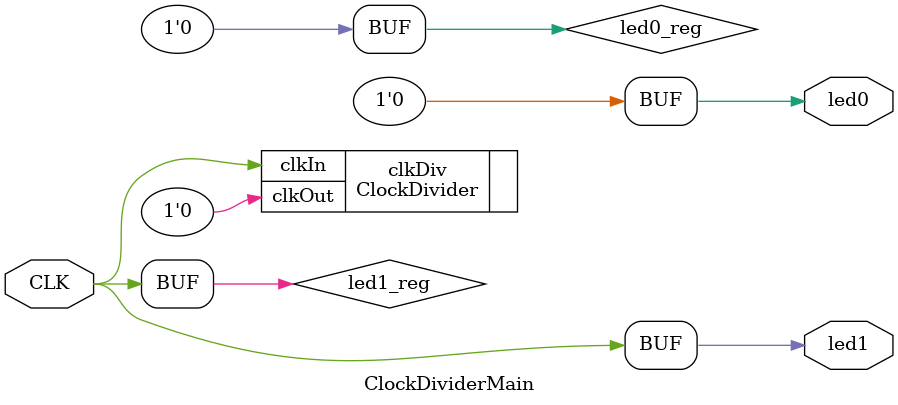
<source format=v>
`timescale 1ns / 1ps

module ClockDividerMain#(parameter divisor = 10000000, divisorBits = 20)(
	input wire CLK,
    output wire led0,
    output wire led1
    );
    
	reg led0_reg;
	reg led1_reg;

    ClockDivider#(divisor, divisorBits) clkDiv(.clkIn(CLK), .clkOut(led0_reg));

	initial begin
		led1_reg = 0;
		led0_reg = 0;
	end
	
	always@(CLK) 
		led1_reg <= CLK;
		 
	assign led0 = led0_reg;
	assign led1 = led1_reg;
endmodule

</source>
